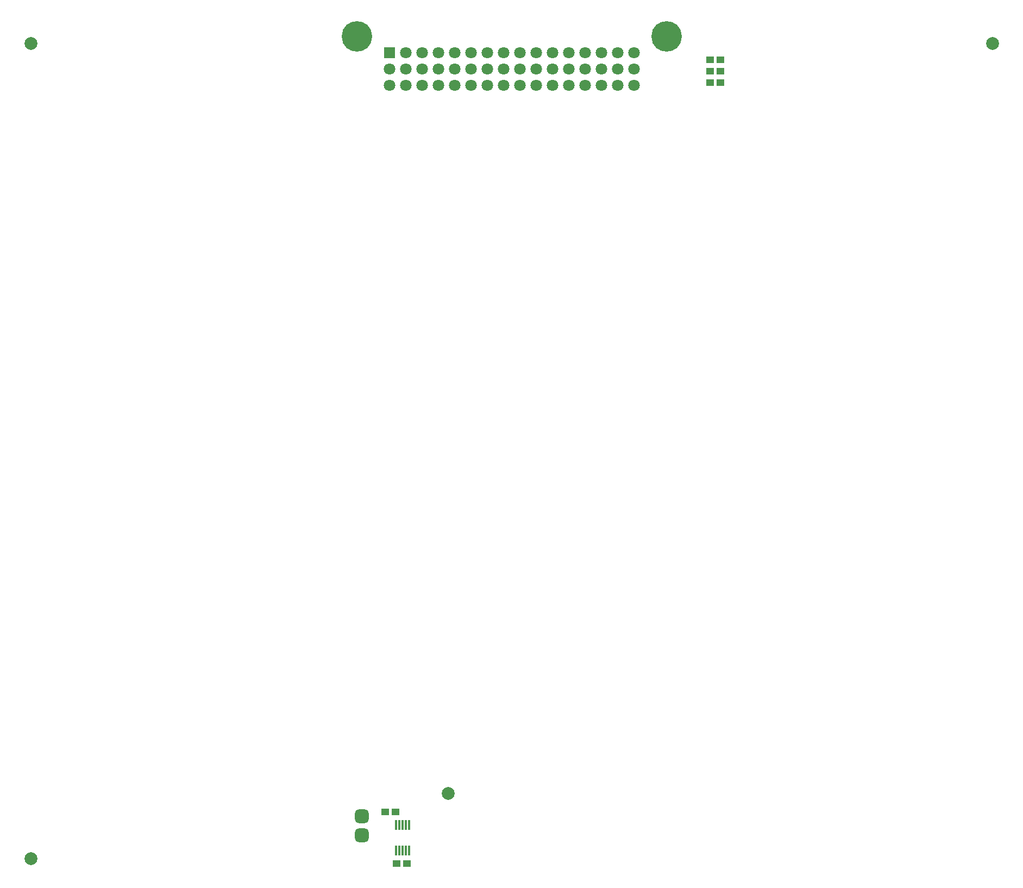
<source format=gbs>
%FSAX25Y25*%
%MOIN*%
G70*
G01*
G75*
G04 Layer_Color=16711935*
%ADD10C,0.00787*%
%ADD11C,0.03937*%
%ADD12C,0.02362*%
%ADD13C,0.10000*%
%ADD14C,0.00800*%
%ADD15C,0.03937*%
%ADD16C,0.00600*%
%ADD17C,0.05000*%
%ADD18C,0.01200*%
%ADD19C,0.02000*%
%ADD20C,0.06496*%
%ADD21R,0.06496X0.06496*%
%ADD22C,0.18110*%
%ADD23C,0.03600*%
%ADD24O,0.00984X0.05709*%
%ADD25R,0.03937X0.03740*%
G04:AMPARAMS|DCode=26|XSize=78.74mil|YSize=78.74mil|CornerRadius=19.69mil|HoleSize=0mil|Usage=FLASHONLY|Rotation=0.000|XOffset=0mil|YOffset=0mil|HoleType=Round|Shape=RoundedRectangle|*
%AMROUNDEDRECTD26*
21,1,0.07874,0.03937,0,0,0.0*
21,1,0.03937,0.07874,0,0,0.0*
1,1,0.03937,0.01969,-0.01969*
1,1,0.03937,-0.01969,-0.01969*
1,1,0.03937,-0.01969,0.01969*
1,1,0.03937,0.01969,0.01969*
%
%ADD26ROUNDEDRECTD26*%
%ADD27C,0.01000*%
%ADD28C,0.02500*%
%ADD29C,0.07874*%
%ADD30C,0.07096*%
%ADD31R,0.07096X0.07096*%
%ADD32C,0.18710*%
%ADD33O,0.01584X0.06309*%
%ADD34R,0.04537X0.04340*%
G04:AMPARAMS|DCode=35|XSize=84.74mil|YSize=84.74mil|CornerRadius=22.69mil|HoleSize=0mil|Usage=FLASHONLY|Rotation=0.000|XOffset=0mil|YOffset=0mil|HoleType=Round|Shape=RoundedRectangle|*
%AMROUNDEDRECTD35*
21,1,0.08474,0.03937,0,0,0.0*
21,1,0.03937,0.08474,0,0,0.0*
1,1,0.04537,0.01969,-0.01969*
1,1,0.04537,-0.01969,-0.01969*
1,1,0.04537,-0.01969,0.01969*
1,1,0.04537,0.01969,0.01969*
%
%ADD35ROUNDEDRECTD35*%
G54D29*
X0119200Y0168400D02*
D03*
X0709200Y0668400D02*
D03*
X0119200D02*
D03*
X0375200Y0208400D02*
D03*
G54D30*
X0439200Y0662534D02*
D03*
X0409200D02*
D03*
X0379200D02*
D03*
X0349200D02*
D03*
X0459200D02*
D03*
X0469200D02*
D03*
X0479200D02*
D03*
X0489200D02*
D03*
X0459200Y0652534D02*
D03*
X0469200D02*
D03*
X0479200D02*
D03*
X0489200D02*
D03*
X0459200Y0642534D02*
D03*
X0469200D02*
D03*
X0479200D02*
D03*
X0489200D02*
D03*
X0449200Y0662534D02*
D03*
X0429200D02*
D03*
X0419200D02*
D03*
X0399200D02*
D03*
X0389200D02*
D03*
X0369200D02*
D03*
X0359200D02*
D03*
X0449200Y0642534D02*
D03*
X0429200D02*
D03*
X0419200D02*
D03*
X0399200D02*
D03*
X0389200D02*
D03*
X0369200D02*
D03*
X0359200D02*
D03*
X0339200D02*
D03*
X0439200Y0652534D02*
D03*
X0409200D02*
D03*
X0379200D02*
D03*
X0349200D02*
D03*
X0449200D02*
D03*
X0429200D02*
D03*
X0419200D02*
D03*
X0399200D02*
D03*
X0389200D02*
D03*
X0369200D02*
D03*
X0359200D02*
D03*
X0339200D02*
D03*
X0439200Y0642534D02*
D03*
X0409200D02*
D03*
X0379200D02*
D03*
X0349200D02*
D03*
G54D31*
X0339200Y0662534D02*
D03*
G54D32*
X0319200Y0672534D02*
D03*
X0509200D02*
D03*
G54D33*
X0351185Y0173104D02*
D03*
X0349216D02*
D03*
X0347248D02*
D03*
X0345279D02*
D03*
X0343311D02*
D03*
X0351185Y0189049D02*
D03*
X0349216D02*
D03*
X0347248D02*
D03*
X0345279D02*
D03*
X0343311D02*
D03*
G54D34*
X0536050Y0658400D02*
D03*
X0542350D02*
D03*
X0536050Y0651400D02*
D03*
X0542350D02*
D03*
X0536050Y0644400D02*
D03*
X0542350D02*
D03*
X0336598Y0196900D02*
D03*
X0342897D02*
D03*
X0350047Y0165400D02*
D03*
X0343748D02*
D03*
G54D35*
X0322310Y0182494D02*
D03*
Y0194306D02*
D03*
M02*

</source>
